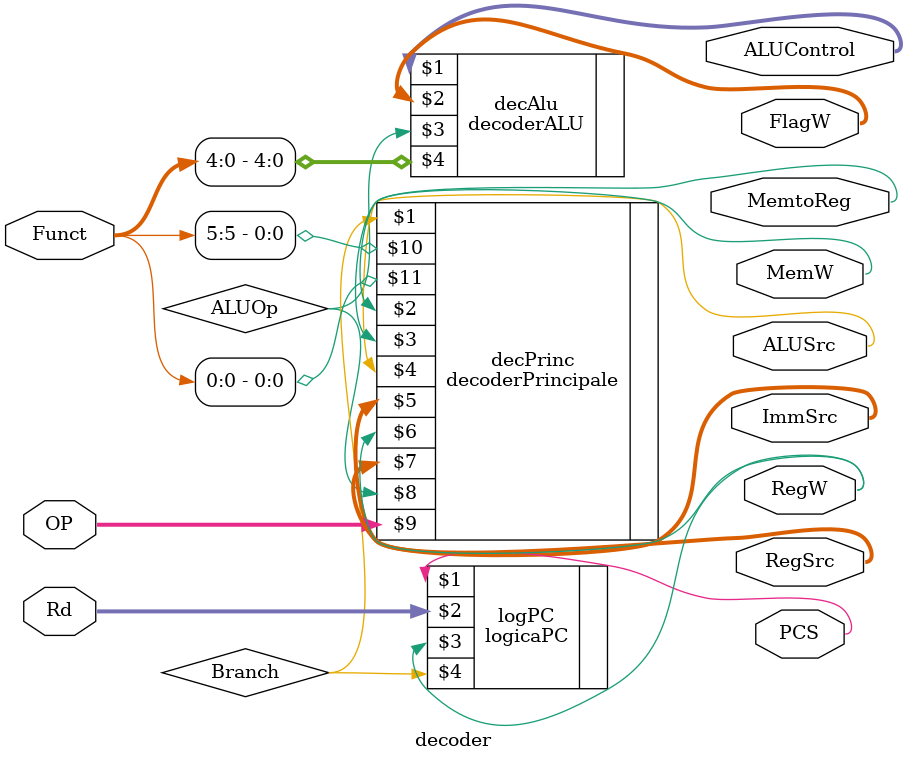
<source format=v>
module decoder(output PCS, RegW, MemW, MemtoReg, ALUSrc,
	       output [1:0] ImmSrc,
	       output [1:0] RegSrc,
	       output [1:0] ALUControl,
	       output [1:0] FlagW,

	       input [3:0] Rd, 
	       input [1:0] OP, 
	       input [5:0] Funct);

   wire 		   Branch;
   wire 		   ALUOp;
		   

   decoderALU decAlu(ALUControl, FlagW, ALUOp, Funct[4:0]);
   decoderPrincipale decPrinc(Branch, MemtoReg, MemW, ALUSrc,
			      ImmSrc, RegW, RegSrc, ALUOp,
			      OP, Funct[5], Funct[0]);
   logicaPC logPC(PCS, Rd, RegW, Branch);

endmodule // decoder

</source>
